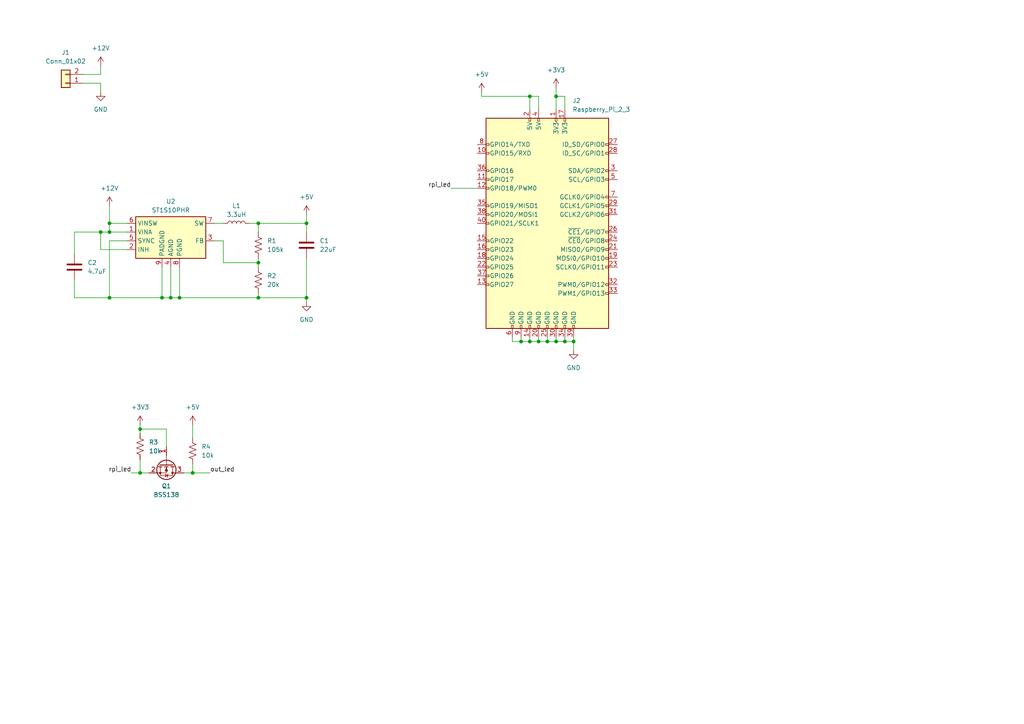
<source format=kicad_sch>
(kicad_sch (version 20230121) (generator eeschema)
  (paper "A4")
  (lib_symbols
    (symbol "Connector:Raspberry_Pi_2_3" (pin_names (offset 1.016))
      (property "Reference" "J" (at -17.78 31.75 0))
      (property "Value" "Raspberry_Pi_2_3" (at 10.16 -31.75 0))
      (symbol "Raspberry_Pi_2_3_0_1"
        (rectangle (start -17.78 30.48) (end 17.78 -30.48) (stroke (width 0.254)) (fill (type background)))
      )
      (symbol "Raspberry_Pi_2_3_1_1"
        (rectangle (start -16.891 -17.526) (end -17.78 -18.034))
        (rectangle (start -16.891 -14.986) (end -17.78 -15.494))
        (rectangle (start -16.891 -12.446) (end -17.78 -12.954))
        (rectangle (start -16.891 -9.906) (end -17.78 -10.414))
        (rectangle (start -16.891 -7.366) (end -17.78 -7.874))
        (rectangle (start -16.891 -4.826) (end -17.78 -5.334))
        (rectangle (start -16.891 0.254) (end -17.78 -0.254))
        (rectangle (start -16.891 2.794) (end -17.78 2.286))
        (rectangle (start -16.891 5.334) (end -17.78 4.826))
        (rectangle (start -16.891 10.414) (end -17.78 9.906))
        (rectangle (start -16.891 12.954) (end -17.78 12.446))
        (rectangle (start -16.891 15.494) (end -17.78 14.986))
        (rectangle (start -16.891 20.574) (end -17.78 20.066))
        (rectangle (start -16.891 23.114) (end -17.78 22.606))
        (rectangle (start -10.414 -29.591) (end -9.906 -30.48))
        (rectangle (start -7.874 -29.591) (end -7.366 -30.48))
        (rectangle (start -5.334 -29.591) (end -4.826 -30.48))
        (rectangle (start -5.334 30.48) (end -4.826 29.591))
        (rectangle (start -2.794 -29.591) (end -2.286 -30.48))
        (rectangle (start -2.794 30.48) (end -2.286 29.591))
        (rectangle (start -0.254 -29.591) (end 0.254 -30.48))
        (rectangle (start 2.286 -29.591) (end 2.794 -30.48))
        (rectangle (start 2.286 30.48) (end 2.794 29.591))
        (rectangle (start 4.826 -29.591) (end 5.334 -30.48))
        (rectangle (start 4.826 30.48) (end 5.334 29.591))
        (rectangle (start 7.366 -29.591) (end 7.874 -30.48))
        (rectangle (start 17.78 -20.066) (end 16.891 -20.574))
        (rectangle (start 17.78 -17.526) (end 16.891 -18.034))
        (rectangle (start 17.78 -12.446) (end 16.891 -12.954))
        (rectangle (start 17.78 -9.906) (end 16.891 -10.414))
        (rectangle (start 17.78 -7.366) (end 16.891 -7.874))
        (rectangle (start 17.78 -4.826) (end 16.891 -5.334))
        (rectangle (start 17.78 -2.286) (end 16.891 -2.794))
        (rectangle (start 17.78 2.794) (end 16.891 2.286))
        (rectangle (start 17.78 5.334) (end 16.891 4.826))
        (rectangle (start 17.78 7.874) (end 16.891 7.366))
        (rectangle (start 17.78 12.954) (end 16.891 12.446))
        (rectangle (start 17.78 15.494) (end 16.891 14.986))
        (rectangle (start 17.78 20.574) (end 16.891 20.066))
        (rectangle (start 17.78 23.114) (end 16.891 22.606))
        (pin power_in line (at 2.54 33.02 270) (length 2.54) (name "3V3") (number "1"))
        (pin bidirectional line (at -20.32 20.32 0) (length 2.54) (name "GPIO15/RXD") (number "10"))
        (pin bidirectional line (at -20.32 12.7 0) (length 2.54) (name "GPIO17") (number "11"))
        (pin bidirectional line (at -20.32 10.16 0) (length 2.54) (name "GPIO18/PWM0") (number "12"))
        (pin bidirectional line (at -20.32 -17.78 0) (length 2.54) (name "GPIO27") (number "13"))
        (pin power_in line (at -5.08 -33.02 90) (length 2.54) (name "GND") (number "14"))
        (pin bidirectional line (at -20.32 -5.08 0) (length 2.54) (name "GPIO22") (number "15"))
        (pin bidirectional line (at -20.32 -7.62 0) (length 2.54) (name "GPIO23") (number "16"))
        (pin power_in line (at 5.08 33.02 270) (length 2.54) (name "3V3") (number "17"))
        (pin bidirectional line (at -20.32 -10.16 0) (length 2.54) (name "GPIO24") (number "18"))
        (pin bidirectional line (at 20.32 -10.16 180) (length 2.54) (name "MOSI0/GPIO10") (number "19"))
        (pin power_in line (at -5.08 33.02 270) (length 2.54) (name "5V") (number "2"))
        (pin power_in line (at -2.54 -33.02 90) (length 2.54) (name "GND") (number "20"))
        (pin bidirectional line (at 20.32 -7.62 180) (length 2.54) (name "MISO0/GPIO9") (number "21"))
        (pin bidirectional line (at -20.32 -12.7 0) (length 2.54) (name "GPIO25") (number "22"))
        (pin bidirectional line (at 20.32 -12.7 180) (length 2.54) (name "SCLK0/GPIO11") (number "23"))
        (pin bidirectional line (at 20.32 -5.08 180) (length 2.54) (name "~{CE0}/GPIO8") (number "24"))
        (pin power_in line (at 0 -33.02 90) (length 2.54) (name "GND") (number "25"))
        (pin bidirectional line (at 20.32 -2.54 180) (length 2.54) (name "~{CE1}/GPIO7") (number "26"))
        (pin bidirectional line (at 20.32 22.86 180) (length 2.54) (name "ID_SD/GPIO0") (number "27"))
        (pin bidirectional line (at 20.32 20.32 180) (length 2.54) (name "ID_SC/GPIO1") (number "28"))
        (pin bidirectional line (at 20.32 5.08 180) (length 2.54) (name "GCLK1/GPIO5") (number "29"))
        (pin bidirectional line (at 20.32 15.24 180) (length 2.54) (name "SDA/GPIO2") (number "3"))
        (pin power_in line (at 2.54 -33.02 90) (length 2.54) (name "GND") (number "30"))
        (pin bidirectional line (at 20.32 2.54 180) (length 2.54) (name "GCLK2/GPIO6") (number "31"))
        (pin bidirectional line (at 20.32 -17.78 180) (length 2.54) (name "PWM0/GPIO12") (number "32"))
        (pin bidirectional line (at 20.32 -20.32 180) (length 2.54) (name "PWM1/GPIO13") (number "33"))
        (pin power_in line (at 5.08 -33.02 90) (length 2.54) (name "GND") (number "34"))
        (pin bidirectional line (at -20.32 5.08 0) (length 2.54) (name "GPIO19/MISO1") (number "35"))
        (pin bidirectional line (at -20.32 15.24 0) (length 2.54) (name "GPIO16") (number "36"))
        (pin bidirectional line (at -20.32 -15.24 0) (length 2.54) (name "GPIO26") (number "37"))
        (pin bidirectional line (at -20.32 2.54 0) (length 2.54) (name "GPIO20/MOSI1") (number "38"))
        (pin power_in line (at 7.62 -33.02 90) (length 2.54) (name "GND") (number "39"))
        (pin power_in line (at -2.54 33.02 270) (length 2.54) (name "5V") (number "4"))
        (pin bidirectional line (at -20.32 0 0) (length 2.54) (name "GPIO21/SCLK1") (number "40"))
        (pin bidirectional line (at 20.32 12.7 180) (length 2.54) (name "SCL/GPIO3") (number "5"))
        (pin power_in line (at -10.16 -33.02 90) (length 2.54) (name "GND") (number "6"))
        (pin bidirectional line (at 20.32 7.62 180) (length 2.54) (name "GCLK0/GPIO4") (number "7"))
        (pin bidirectional line (at -20.32 22.86 0) (length 2.54) (name "GPIO14/TXD") (number "8"))
        (pin power_in line (at -7.62 -33.02 90) (length 2.54) (name "GND") (number "9"))
      )
    )
    (symbol "Connector_Generic:Conn_01x02" (pin_names (offset 1.016) hide)
      (property "Reference" "J" (at 0 2.54 0))
      (property "Value" "Conn_01x02" (at 0 -5.08 0))
      (symbol "Conn_01x02_1_1"
        (rectangle (start -1.27 -2.413) (end 0 -2.667) (stroke (width 0.1524)))
        (rectangle (start -1.27 0.127) (end 0 -0.127) (stroke (width 0.1524)))
        (rectangle (start -1.27 1.27) (end 1.27 -3.81) (stroke (width 0.254)) (fill (type background)))
        (pin passive line (at -5.08 0 0) (length 3.81) (name "Pin_1") (number "1"))
        (pin passive line (at -5.08 -2.54 0) (length 3.81) (name "Pin_2") (number "2"))
      )
    )
    (symbol "Device:C" (pin_numbers hide) (pin_names (offset 0.254))
      (property "Reference" "C" (at 0.635 2.54 0))
      (property "Value" "C" (at 0.635 -2.54 0))
      (symbol "C_0_1"
        (polyline (pts (xy -2.032 -0.762) (xy 2.032 -0.762)) (stroke (width 0.508)))
        (polyline (pts (xy -2.032 0.762) (xy 2.032 0.762)) (stroke (width 0.508)))
      )
      (symbol "C_1_1"
        (pin passive line (at 0 3.81 270) (length 2.794) (name "~") (number "1"))
        (pin passive line (at 0 -3.81 90) (length 2.794) (name "~") (number "2"))
      )
    )
    (symbol "Device:L" (pin_numbers hide) (pin_names (offset 1.016) hide)
      (property "Reference" "L" (at -1.27 0 90))
      (property "Value" "L" (at 1.905 0 90))
      (symbol "L_0_1"
        (arc (start 0 -2.54) (mid 0.6323 -1.905) (end 0 -1.27))
        (arc (start 0 -1.27) (mid 0.6323 -0.635) (end 0 0))
        (arc (start 0 0) (mid 0.6323 0.635) (end 0 1.27))
        (arc (start 0 1.27) (mid 0.6323 1.905) (end 0 2.54))
      )
      (symbol "L_1_1"
        (pin passive line (at 0 3.81 270) (length 1.27) (name "1") (number "1"))
        (pin passive line (at 0 -3.81 90) (length 1.27) (name "2") (number "2"))
      )
    )
    (symbol "Device:R_US" (pin_numbers hide) (pin_names (offset 0))
      (property "Reference" "R" (at 2.54 0 90))
      (property "Value" "R_US" (at -2.54 0 90))
      (symbol "R_US_0_1"
        (polyline (pts (xy 0 -2.286) (xy 0 -2.54)))
        (polyline (pts (xy 0 2.286) (xy 0 2.54)))
        (polyline (pts (xy 0 -0.762) (xy 1.016 -1.143) (xy 0 -1.524) (xy -1.016 -1.905) (xy 0 -2.286)))
        (polyline (pts (xy 0 0.762) (xy 1.016 0.381) (xy 0 0) (xy -1.016 -0.381) (xy 0 -0.762)))
        (polyline (pts (xy 0 2.286) (xy 1.016 1.905) (xy 0 1.524) (xy -1.016 1.143) (xy 0 0.762)))
      )
      (symbol "R_US_1_1"
        (pin passive line (at 0 3.81 270) (length 1.27) (name "~") (number "1"))
        (pin passive line (at 0 -3.81 90) (length 1.27) (name "~") (number "2"))
      )
    )
    (symbol "Regulator_Switching:ST1S10PHR"
      (property "Reference" "U" (at -10.16 5.715 0))
      (property "Value" "ST1S10PHR" (at -0.635 5.715 0))
      (symbol "ST1S10PHR_0_1"
        (rectangle (start 10.16 4.445) (end -10.16 -7.62) (stroke (width 0.254)) (fill (type background)))
      )
      (symbol "ST1S10PHR_1_1"
        (pin power_in line (at -12.7 0 0) (length 2.54) (name "VINA") (number "1"))
        (pin input line (at -12.7 -5.08 0) (length 2.54) (name "INH") (number "2"))
        (pin input line (at 12.7 -2.54 180) (length 2.54) (name "FB") (number "3"))
        (pin power_in line (at 0 -10.16 90) (length 2.54) (name "AGND") (number "4"))
        (pin input line (at -12.7 -2.54 0) (length 2.54) (name "SYNC") (number "5"))
        (pin input line (at -12.7 2.54 0) (length 2.54) (name "VINSW") (number "6"))
        (pin output line (at 12.7 2.54 180) (length 2.54) (name "SW") (number "7"))
        (pin power_in line (at 2.54 -10.16 90) (length 2.54) (name "PGND") (number "8"))
        (pin power_in line (at -2.54 -10.16 90) (length 2.54) (name "PADGND") (number "9"))
      )
    )
    (symbol "Transistor_FET:BSS138" (pin_names hide)
      (property "Reference" "Q" (at 5.08 1.905 0))
      (property "Value" "BSS138" (at 5.08 0 0))
      (symbol "BSS138_0_1"
        (polyline (pts (xy 0.254 0) (xy -2.54 0)))
        (polyline (pts (xy 0.254 1.905) (xy 0.254 -1.905)) (stroke (width 0.254)))
        (polyline (pts (xy 0.762 -1.27) (xy 0.762 -2.286)) (stroke (width 0.254)))
        (polyline (pts (xy 0.762 0.508) (xy 0.762 -0.508)) (stroke (width 0.254)))
        (polyline (pts (xy 0.762 2.286) (xy 0.762 1.27)) (stroke (width 0.254)))
        (polyline (pts (xy 2.54 2.54) (xy 2.54 1.778)))
        (polyline (pts (xy 2.54 -2.54) (xy 2.54 0) (xy 0.762 0)))
        (polyline (pts (xy 0.762 -1.778) (xy 3.302 -1.778) (xy 3.302 1.778) (xy 0.762 1.778)))
        (polyline (pts (xy 1.016 0) (xy 2.032 0.381) (xy 2.032 -0.381) (xy 1.016 0)) (fill (type outline)))
        (polyline (pts (xy 2.794 0.508) (xy 2.921 0.381) (xy 3.683 0.381) (xy 3.81 0.254)))
        (polyline (pts (xy 3.302 0.381) (xy 2.921 -0.254) (xy 3.683 -0.254) (xy 3.302 0.381)))
        (circle (center 1.651 0) (radius 2.794) (stroke (width 0.254)))
        (circle (center 2.54 -1.778) (radius 0.254) (fill (type outline)))
        (circle (center 2.54 1.778) (radius 0.254) (fill (type outline)))
      )
      (symbol "BSS138_1_1"
        (pin input line (at -5.08 0 0) (length 2.54) (name "G") (number "1"))
        (pin passive line (at 2.54 -5.08 90) (length 2.54) (name "S") (number "2"))
        (pin passive line (at 2.54 5.08 270) (length 2.54) (name "D") (number "3"))
      )
    )
    (symbol "power:+12V" (power) (pin_names (offset 0))
      (property "Value" "+12V" (at 0 3.556 0))
      (symbol "+12V_0_1"
        (polyline (pts (xy -0.762 1.27) (xy 0 2.54)))
        (polyline (pts (xy 0 0) (xy 0 2.54)))
        (polyline (pts (xy 0 2.54) (xy 0.762 1.27)))
      )
      (symbol "+12V_1_1"
        (pin power_in line (at 0 0 90) (length 0) hide (name "+12V") (number "1"))
      )
    )
    (symbol "power:+3V3" (power) (pin_names (offset 0))
      (property "Value" "+3V3" (at 0 3.556 0))
      (symbol "+3V3_0_1"
        (polyline (pts (xy -0.762 1.27) (xy 0 2.54)))
        (polyline (pts (xy 0 0) (xy 0 2.54)))
        (polyline (pts (xy 0 2.54) (xy 0.762 1.27)))
      )
      (symbol "+3V3_1_1"
        (pin power_in line (at 0 0 90) (length 0) hide (name "+3V3") (number "1"))
      )
    )
    (symbol "power:+5V" (power) (pin_names (offset 0))
      (property "Value" "+5V" (at 0 3.556 0))
      (symbol "+5V_0_1"
        (polyline (pts (xy -0.762 1.27) (xy 0 2.54)))
        (polyline (pts (xy 0 0) (xy 0 2.54)))
        (polyline (pts (xy 0 2.54) (xy 0.762 1.27)))
      )
      (symbol "+5V_1_1"
        (pin power_in line (at 0 0 90) (length 0) hide (name "+5V") (number "1"))
      )
    )
    (symbol "power:GND" (power) (pin_names (offset 0))
      (property "Value" "GND" (at 0 -3.81 0))
      (symbol "GND_0_1"
        (polyline (pts (xy 0 0) (xy 0 -1.27) (xy 1.27 -1.27) (xy 0 -2.54) (xy -1.27 -1.27) (xy 0 -1.27)))
      )
      (symbol "GND_1_1"
        (pin power_in line (at 0 0 270) (length 0) hide (name "GND") (number "1"))
      )
    )
  )
  (junction (at 52.07 86.36))
  (junction (at 151.13 99.06))
  (junction (at 158.75 99.06))
  (junction (at 46.99 86.36))
  (junction (at 74.93 64.77))
  (junction (at 153.67 27.94))
  (junction (at 163.83 99.06))
  (junction (at 55.88 137.16))
  (junction (at 156.21 99.06))
  (junction (at 31.75 64.77))
  (junction (at 40.64 124.46))
  (junction (at 153.67 99.06))
  (junction (at 31.75 67.31))
  (junction (at 40.64 137.16))
  (junction (at 161.29 27.94))
  (junction (at 49.53 86.36))
  (junction (at 166.37 99.06))
  (junction (at 88.9 86.36))
  (junction (at 74.93 76.2))
  (junction (at 161.29 99.06))
  (junction (at 29.21 67.31))
  (junction (at 74.93 86.36))
  (junction (at 31.75 86.36))
  (junction (at 88.9 64.77))
  (wire (pts (xy 31.75 64.77) (xy 31.75 59.69)))
  (wire (pts (xy 46.99 86.36) (xy 49.53 86.36)))
  (wire (pts (xy 38.1 137.16) (xy 40.64 137.16)))
  (wire (pts (xy 24.13 21.59) (xy 29.21 21.59)))
  (wire (pts (xy 161.29 27.94) (xy 161.29 31.75)))
  (wire (pts (xy 49.53 77.47) (xy 49.53 86.36)))
  (wire (pts (xy 40.64 123.19) (xy 40.64 124.46)))
  (wire (pts (xy 53.34 137.16) (xy 55.88 137.16)))
  (wire (pts (xy 156.21 97.79) (xy 156.21 99.06)))
  (wire (pts (xy 88.9 74.93) (xy 88.9 86.36)))
  (wire (pts (xy 29.21 72.39) (xy 29.21 67.31)))
  (wire (pts (xy 74.93 64.77) (xy 88.9 64.77)))
  (wire (pts (xy 88.9 64.77) (xy 88.9 67.31)))
  (wire (pts (xy 40.64 124.46) (xy 40.64 125.73)))
  (wire (pts (xy 55.88 137.16) (xy 60.96 137.16)))
  (wire (pts (xy 40.64 137.16) (xy 43.18 137.16)))
  (wire (pts (xy 31.75 86.36) (xy 46.99 86.36)))
  (wire (pts (xy 74.93 74.93) (xy 74.93 76.2)))
  (wire (pts (xy 40.64 124.46) (xy 48.26 124.46)))
  (wire (pts (xy 55.88 123.19) (xy 55.88 127)))
  (wire (pts (xy 31.75 67.31) (xy 29.21 67.31)))
  (wire (pts (xy 88.9 86.36) (xy 88.9 87.63)))
  (wire (pts (xy 88.9 86.36) (xy 74.93 86.36)))
  (wire (pts (xy 21.59 86.36) (xy 31.75 86.36)))
  (wire (pts (xy 36.83 69.85) (xy 31.75 69.85)))
  (wire (pts (xy 148.59 99.06) (xy 151.13 99.06)))
  (wire (pts (xy 163.83 31.75) (xy 163.83 27.94)))
  (wire (pts (xy 29.21 21.59) (xy 29.21 19.05)))
  (wire (pts (xy 24.13 24.13) (xy 29.21 24.13)))
  (wire (pts (xy 163.83 99.06) (xy 166.37 99.06)))
  (wire (pts (xy 148.59 97.79) (xy 148.59 99.06)))
  (wire (pts (xy 74.93 76.2) (xy 74.93 77.47)))
  (wire (pts (xy 163.83 97.79) (xy 163.83 99.06)))
  (wire (pts (xy 55.88 137.16) (xy 55.88 134.62)))
  (wire (pts (xy 62.23 64.77) (xy 64.77 64.77)))
  (wire (pts (xy 88.9 62.23) (xy 88.9 64.77)))
  (wire (pts (xy 153.67 99.06) (xy 156.21 99.06)))
  (wire (pts (xy 74.93 86.36) (xy 52.07 86.36)))
  (wire (pts (xy 31.75 69.85) (xy 31.75 86.36)))
  (wire (pts (xy 161.29 97.79) (xy 161.29 99.06)))
  (wire (pts (xy 64.77 69.85) (xy 62.23 69.85)))
  (wire (pts (xy 36.83 64.77) (xy 31.75 64.77)))
  (wire (pts (xy 156.21 31.75) (xy 156.21 27.94)))
  (wire (pts (xy 49.53 86.36) (xy 52.07 86.36)))
  (wire (pts (xy 163.83 27.94) (xy 161.29 27.94)))
  (wire (pts (xy 36.83 67.31) (xy 31.75 67.31)))
  (wire (pts (xy 151.13 99.06) (xy 153.67 99.06)))
  (wire (pts (xy 139.7 26.67) (xy 139.7 27.94)))
  (wire (pts (xy 151.13 97.79) (xy 151.13 99.06)))
  (wire (pts (xy 52.07 77.47) (xy 52.07 86.36)))
  (wire (pts (xy 72.39 64.77) (xy 74.93 64.77)))
  (wire (pts (xy 166.37 99.06) (xy 166.37 101.6)))
  (wire (pts (xy 74.93 76.2) (xy 64.77 76.2)))
  (wire (pts (xy 40.64 133.35) (xy 40.64 137.16)))
  (wire (pts (xy 158.75 97.79) (xy 158.75 99.06)))
  (wire (pts (xy 48.26 124.46) (xy 48.26 129.54)))
  (wire (pts (xy 156.21 99.06) (xy 158.75 99.06)))
  (wire (pts (xy 64.77 76.2) (xy 64.77 69.85)))
  (wire (pts (xy 74.93 85.09) (xy 74.93 86.36)))
  (wire (pts (xy 153.67 27.94) (xy 156.21 27.94)))
  (wire (pts (xy 36.83 72.39) (xy 29.21 72.39)))
  (wire (pts (xy 158.75 99.06) (xy 161.29 99.06)))
  (wire (pts (xy 29.21 67.31) (xy 21.59 67.31)))
  (wire (pts (xy 161.29 25.4) (xy 161.29 27.94)))
  (wire (pts (xy 46.99 77.47) (xy 46.99 86.36)))
  (wire (pts (xy 139.7 27.94) (xy 153.67 27.94)))
  (wire (pts (xy 21.59 81.28) (xy 21.59 86.36)))
  (wire (pts (xy 166.37 97.79) (xy 166.37 99.06)))
  (wire (pts (xy 130.81 54.61) (xy 138.43 54.61)))
  (wire (pts (xy 161.29 99.06) (xy 163.83 99.06)))
  (wire (pts (xy 153.67 97.79) (xy 153.67 99.06)))
  (wire (pts (xy 153.67 31.75) (xy 153.67 27.94)))
  (wire (pts (xy 21.59 67.31) (xy 21.59 73.66)))
  (wire (pts (xy 74.93 64.77) (xy 74.93 67.31)))
  (wire (pts (xy 31.75 67.31) (xy 31.75 64.77)))
  (wire (pts (xy 29.21 24.13) (xy 29.21 26.67)))
  (label "rpi_led" (at 38.1 137.16 180))
  (label "out_led" (at 60.96 137.16 0))
  (label "rpi_led" (at 130.81 54.61 180))
  (symbol (lib_id "Regulator_Switching:ST1S10PHR") (at 49.53 67.31 0) (unit 1)
    (property "Reference" "U2" (at 49.53 58.42 0))
    (property "Value" "ST1S10PHR" (at 49.53 60.96 0))
    (property "Footprint" "Package_SO:TI_SO-PowerPAD-8" (effects hide))
    (property "Datasheet" "http://www.st.com/internet/com/TECHNICAL_RESOURCES/TECHNICAL_LITERATURE/DATASHEET/CD00169322.pdf" (effects hide))
  )
  (symbol (lib_id "Device:C") (at 21.59 77.47 0) (unit 1)
    (property "Reference" "C2" (at 25.4 76.2 0) (effects (justify left)))
    (property "Value" "4.7uF" (at 25.4 78.74 0) (effects (justify left)))
  )
  (symbol (lib_id "Device:R_US") (at 40.64 129.54 0) (unit 1)
    (property "Reference" "R3" (at 43.18 128.27 0) (effects (justify left)))
    (property "Value" "10k" (at 43.18 130.81 0) (effects (justify left)))
  )
  (symbol (lib_id "power:+5V") (at 55.88 123.19 0) (unit 1)
    (property "Reference" "#PWR010" (effects hide))
    (property "Value" "+5V" (at 55.88 118.11 0))
  )
  (symbol (lib_id "power:+5V") (at 139.7 26.67 0) (unit 1)
    (property "Reference" "#PWR06" (effects hide))
    (property "Value" "+5V" (at 139.7 21.59 0))
  )
  (symbol (lib_id "power:GND") (at 166.37 101.6 0) (unit 1)
    (property "Reference" "#PWR07" (effects hide))
    (property "Value" "GND" (at 166.37 106.68 0))
  )
  (symbol (lib_id "Transistor_FET:BSS138") (at 48.26 134.62 270) (unit 1)
    (property "Reference" "Q1" (at 48.26 140.97 90))
    (property "Value" "BSS138" (at 48.26 143.51 90))
    (property "Footprint" "Package_TO_SOT_SMD:SOT-23" (effects hide))
    (property "Datasheet" "https://www.onsemi.com/pub/Collateral/BSS138-D.PDF" (effects hide))
  )
  (symbol (lib_id "Device:L") (at 68.58 64.77 90) (unit 1)
    (property "Reference" "L1" (at 68.58 59.69 90))
    (property "Value" "3.3uH" (at 68.58 62.23 90))
  )
  (symbol (lib_id "power:GND") (at 88.9 87.63 0) (unit 1)
    (property "Reference" "#PWR04" (effects hide))
    (property "Value" "GND" (at 88.9 92.71 0))
  )
  (symbol (lib_id "power:+5V") (at 88.9 62.23 0) (unit 1)
    (property "Reference" "#PWR05" (effects hide))
    (property "Value" "+5V" (at 88.9 57.15 0))
  )
  (symbol (lib_id "Connector_Generic:Conn_01x02") (at 19.05 24.13 180) (unit 1)
    (property "Reference" "J1" (at 19.05 15.24 0))
    (property "Value" "Conn_01x02" (at 19.05 17.78 0))
  )
  (symbol (lib_id "power:+12V") (at 31.75 59.69 0) (unit 1)
    (property "Reference" "#PWR03" (effects hide))
    (property "Value" "+12V" (at 31.75 54.61 0))
  )
  (symbol (lib_id "Device:R_US") (at 55.88 130.81 0) (unit 1)
    (property "Reference" "R4" (at 58.42 129.54 0) (effects (justify left)))
    (property "Value" "10k" (at 58.42 132.08 0) (effects (justify left)))
  )
  (symbol (lib_id "Connector:Raspberry_Pi_2_3") (at 158.75 64.77 0) (unit 1)
    (property "Reference" "J2" (at 166.0241 29.21 0) (effects (justify left)))
    (property "Value" "Raspberry_Pi_2_3" (at 166.0241 31.75 0) (effects (justify left)))
    (property "Datasheet" "https://www.raspberrypi.org/documentation/hardware/raspberrypi/schematics/rpi_SCH_3bplus_1p0_reduced.pdf" (effects hide))
  )
  (symbol (lib_id "Device:R_US") (at 74.93 71.12 0) (unit 1)
    (property "Reference" "R1" (at 77.47 69.85 0) (effects (justify left)))
    (property "Value" "105k" (at 77.47 72.39 0) (effects (justify left)))
  )
  (symbol (lib_id "power:+12V") (at 29.21 19.05 0) (unit 1)
    (property "Reference" "#PWR01" (effects hide))
    (property "Value" "+12V" (at 29.21 13.97 0))
  )
  (symbol (lib_id "power:+3V3") (at 161.29 25.4 0) (unit 1)
    (property "Reference" "#PWR08" (effects hide))
    (property "Value" "+3V3" (at 161.29 20.32 0))
  )
  (symbol (lib_id "power:GND") (at 29.21 26.67 0) (unit 1)
    (property "Reference" "#PWR02" (effects hide))
    (property "Value" "GND" (at 29.21 31.75 0))
  )
  (symbol (lib_id "Device:R_US") (at 74.93 81.28 0) (unit 1)
    (property "Reference" "R2" (at 77.47 80.01 0) (effects (justify left)))
    (property "Value" "20k" (at 77.47 82.55 0) (effects (justify left)))
  )
  (symbol (lib_id "Device:C") (at 88.9 71.12 0) (unit 1)
    (property "Reference" "C1" (at 92.71 69.85 0) (effects (justify left)))
    (property "Value" "22uF" (at 92.71 72.39 0) (effects (justify left)))
  )
  (symbol (lib_id "power:+3V3") (at 40.64 123.19 0) (unit 1)
    (property "Reference" "#PWR09" (effects hide))
    (property "Value" "+3V3" (at 40.64 118.11 0))
  )
)
</source>
